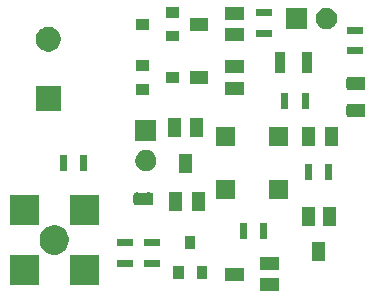
<source format=gbr>
G04 #@! TF.GenerationSoftware,KiCad,Pcbnew,(5.1.4)-1*
G04 #@! TF.CreationDate,2020-06-21T20:29:22+03:00*
G04 #@! TF.ProjectId,naa_g,6e61615f-672e-46b6-9963-61645f706362,rev?*
G04 #@! TF.SameCoordinates,Original*
G04 #@! TF.FileFunction,Soldermask,Top*
G04 #@! TF.FilePolarity,Negative*
%FSLAX46Y46*%
G04 Gerber Fmt 4.6, Leading zero omitted, Abs format (unit mm)*
G04 Created by KiCad (PCBNEW (5.1.4)-1) date 2020-06-21 20:29:22*
%MOMM*%
%LPD*%
G04 APERTURE LIST*
%ADD10C,0.100000*%
G04 APERTURE END LIST*
D10*
G36*
X124750000Y-80000000D02*
G01*
X126250000Y-80000000D01*
X126250000Y-81000000D01*
X124750000Y-81000000D01*
X124750000Y-80000000D01*
G37*
X124750000Y-80000000D02*
X126250000Y-80000000D01*
X126250000Y-81000000D01*
X124750000Y-81000000D01*
X124750000Y-80000000D01*
G36*
X108250000Y-88500000D02*
G01*
X106750000Y-88500000D01*
X106750000Y-87500000D01*
X108250000Y-87500000D01*
X108250000Y-88500000D01*
G37*
X108250000Y-88500000D02*
X106750000Y-88500000D01*
X106750000Y-87500000D01*
X108250000Y-87500000D01*
X108250000Y-88500000D01*
G36*
X124750000Y-77750000D02*
G01*
X126250000Y-77750000D01*
X126250000Y-78750000D01*
X124750000Y-78750000D01*
X124750000Y-77750000D01*
G37*
X124750000Y-77750000D02*
X126250000Y-77750000D01*
X126250000Y-78750000D01*
X124750000Y-78750000D01*
X124750000Y-77750000D01*
G36*
X119051000Y-95851000D02*
G01*
X117449000Y-95851000D01*
X117449000Y-94749000D01*
X119051000Y-94749000D01*
X119051000Y-95851000D01*
X119051000Y-95851000D01*
G37*
G36*
X103791000Y-95291000D02*
G01*
X101289000Y-95291000D01*
X101289000Y-92789000D01*
X103791000Y-92789000D01*
X103791000Y-95291000D01*
X103791000Y-95291000D01*
G37*
G36*
X98711000Y-95291000D02*
G01*
X96209000Y-95291000D01*
X96209000Y-92789000D01*
X98711000Y-92789000D01*
X98711000Y-95291000D01*
X98711000Y-95291000D01*
G37*
G36*
X116051000Y-94951000D02*
G01*
X114449000Y-94951000D01*
X114449000Y-93849000D01*
X116051000Y-93849000D01*
X116051000Y-94951000D01*
X116051000Y-94951000D01*
G37*
G36*
X112951000Y-94801000D02*
G01*
X112049000Y-94801000D01*
X112049000Y-93699000D01*
X112951000Y-93699000D01*
X112951000Y-94801000D01*
X112951000Y-94801000D01*
G37*
G36*
X110951000Y-94801000D02*
G01*
X110049000Y-94801000D01*
X110049000Y-93699000D01*
X110951000Y-93699000D01*
X110951000Y-94801000D01*
X110951000Y-94801000D01*
G37*
G36*
X119051000Y-94051000D02*
G01*
X117449000Y-94051000D01*
X117449000Y-92949000D01*
X119051000Y-92949000D01*
X119051000Y-94051000D01*
X119051000Y-94051000D01*
G37*
G36*
X106676000Y-93801000D02*
G01*
X105324000Y-93801000D01*
X105324000Y-93199000D01*
X106676000Y-93199000D01*
X106676000Y-93801000D01*
X106676000Y-93801000D01*
G37*
G36*
X108926000Y-93801000D02*
G01*
X107574000Y-93801000D01*
X107574000Y-93199000D01*
X108926000Y-93199000D01*
X108926000Y-93801000D01*
X108926000Y-93801000D01*
G37*
G36*
X122951000Y-93301000D02*
G01*
X121849000Y-93301000D01*
X121849000Y-91699000D01*
X122951000Y-91699000D01*
X122951000Y-93301000D01*
X122951000Y-93301000D01*
G37*
G36*
X100364903Y-90297075D02*
G01*
X100592571Y-90391378D01*
X100797466Y-90528285D01*
X100971715Y-90702534D01*
X101108622Y-90907429D01*
X101202925Y-91135097D01*
X101251000Y-91376787D01*
X101251000Y-91623213D01*
X101202925Y-91864903D01*
X101108622Y-92092571D01*
X100971715Y-92297466D01*
X100797466Y-92471715D01*
X100592571Y-92608622D01*
X100592570Y-92608623D01*
X100592569Y-92608623D01*
X100364903Y-92702925D01*
X100123214Y-92751000D01*
X99876786Y-92751000D01*
X99635097Y-92702925D01*
X99407431Y-92608623D01*
X99407430Y-92608623D01*
X99407429Y-92608622D01*
X99202534Y-92471715D01*
X99028285Y-92297466D01*
X98891378Y-92092571D01*
X98797075Y-91864903D01*
X98749000Y-91623213D01*
X98749000Y-91376787D01*
X98797075Y-91135097D01*
X98891378Y-90907429D01*
X99028285Y-90702534D01*
X99202534Y-90528285D01*
X99407429Y-90391378D01*
X99635097Y-90297075D01*
X99876786Y-90249000D01*
X100123214Y-90249000D01*
X100364903Y-90297075D01*
X100364903Y-90297075D01*
G37*
G36*
X111951000Y-92301000D02*
G01*
X111049000Y-92301000D01*
X111049000Y-91199000D01*
X111951000Y-91199000D01*
X111951000Y-92301000D01*
X111951000Y-92301000D01*
G37*
G36*
X108926000Y-92051000D02*
G01*
X107574000Y-92051000D01*
X107574000Y-91449000D01*
X108926000Y-91449000D01*
X108926000Y-92051000D01*
X108926000Y-92051000D01*
G37*
G36*
X106676000Y-92051000D02*
G01*
X105324000Y-92051000D01*
X105324000Y-91449000D01*
X106676000Y-91449000D01*
X106676000Y-92051000D01*
X106676000Y-92051000D01*
G37*
G36*
X118051000Y-91426000D02*
G01*
X117449000Y-91426000D01*
X117449000Y-90074000D01*
X118051000Y-90074000D01*
X118051000Y-91426000D01*
X118051000Y-91426000D01*
G37*
G36*
X116301000Y-91426000D02*
G01*
X115699000Y-91426000D01*
X115699000Y-90074000D01*
X116301000Y-90074000D01*
X116301000Y-91426000D01*
X116301000Y-91426000D01*
G37*
G36*
X122051000Y-90301000D02*
G01*
X120949000Y-90301000D01*
X120949000Y-88699000D01*
X122051000Y-88699000D01*
X122051000Y-90301000D01*
X122051000Y-90301000D01*
G37*
G36*
X123851000Y-90301000D02*
G01*
X122749000Y-90301000D01*
X122749000Y-88699000D01*
X123851000Y-88699000D01*
X123851000Y-90301000D01*
X123851000Y-90301000D01*
G37*
G36*
X103791000Y-90211000D02*
G01*
X101289000Y-90211000D01*
X101289000Y-87709000D01*
X103791000Y-87709000D01*
X103791000Y-90211000D01*
X103791000Y-90211000D01*
G37*
G36*
X98711000Y-90211000D02*
G01*
X96209000Y-90211000D01*
X96209000Y-87709000D01*
X98711000Y-87709000D01*
X98711000Y-90211000D01*
X98711000Y-90211000D01*
G37*
G36*
X110801000Y-89051000D02*
G01*
X109699000Y-89051000D01*
X109699000Y-87449000D01*
X110801000Y-87449000D01*
X110801000Y-89051000D01*
X110801000Y-89051000D01*
G37*
G36*
X112801000Y-89051000D02*
G01*
X111699000Y-89051000D01*
X111699000Y-87449000D01*
X112801000Y-87449000D01*
X112801000Y-89051000D01*
X112801000Y-89051000D01*
G37*
G36*
X108059004Y-87453355D02*
G01*
X108087376Y-87461962D01*
X108115745Y-87470567D01*
X108115747Y-87470568D01*
X108168031Y-87498514D01*
X108168032Y-87498515D01*
X108168036Y-87498517D01*
X108213869Y-87536131D01*
X108251483Y-87581964D01*
X108251485Y-87581968D01*
X108251486Y-87581969D01*
X108279432Y-87634253D01*
X108296645Y-87690996D01*
X108301000Y-87735214D01*
X108301000Y-88264786D01*
X108296645Y-88309004D01*
X108296644Y-88309006D01*
X108279433Y-88365745D01*
X108251483Y-88418036D01*
X108213869Y-88463869D01*
X108168035Y-88501483D01*
X108115744Y-88529433D01*
X108087375Y-88538038D01*
X108059003Y-88546645D01*
X108000000Y-88552456D01*
X107940996Y-88546645D01*
X107912624Y-88538038D01*
X107884255Y-88529433D01*
X107884253Y-88529432D01*
X107831969Y-88501486D01*
X107831968Y-88501485D01*
X107831964Y-88501483D01*
X107786131Y-88463869D01*
X107748517Y-88418035D01*
X107720567Y-88365744D01*
X107703356Y-88309005D01*
X107703355Y-88309003D01*
X107699000Y-88264785D01*
X107699001Y-87735214D01*
X107703356Y-87690996D01*
X107720569Y-87634253D01*
X107748515Y-87581969D01*
X107748516Y-87581968D01*
X107748518Y-87581964D01*
X107786132Y-87536131D01*
X107831965Y-87498517D01*
X107831969Y-87498515D01*
X107831970Y-87498514D01*
X107884254Y-87470568D01*
X107884256Y-87470567D01*
X107912625Y-87461962D01*
X107940997Y-87453355D01*
X108000000Y-87447544D01*
X108059004Y-87453355D01*
X108059004Y-87453355D01*
G37*
G36*
X107059004Y-87453355D02*
G01*
X107087376Y-87461962D01*
X107115745Y-87470567D01*
X107115747Y-87470568D01*
X107168031Y-87498514D01*
X107168032Y-87498515D01*
X107168036Y-87498517D01*
X107213869Y-87536131D01*
X107251483Y-87581964D01*
X107251485Y-87581968D01*
X107251486Y-87581969D01*
X107279432Y-87634253D01*
X107296645Y-87690996D01*
X107301000Y-87735214D01*
X107301000Y-88264786D01*
X107296645Y-88309004D01*
X107296644Y-88309006D01*
X107279433Y-88365745D01*
X107251483Y-88418036D01*
X107213869Y-88463869D01*
X107168035Y-88501483D01*
X107115744Y-88529433D01*
X107087375Y-88538038D01*
X107059003Y-88546645D01*
X107000000Y-88552456D01*
X106940996Y-88546645D01*
X106912624Y-88538038D01*
X106884255Y-88529433D01*
X106884253Y-88529432D01*
X106831969Y-88501486D01*
X106831968Y-88501485D01*
X106831964Y-88501483D01*
X106786131Y-88463869D01*
X106748517Y-88418035D01*
X106720567Y-88365744D01*
X106703356Y-88309005D01*
X106703355Y-88309003D01*
X106699000Y-88264785D01*
X106699001Y-87735214D01*
X106703356Y-87690996D01*
X106720569Y-87634253D01*
X106748515Y-87581969D01*
X106748516Y-87581968D01*
X106748518Y-87581964D01*
X106786132Y-87536131D01*
X106831965Y-87498517D01*
X106831969Y-87498515D01*
X106831970Y-87498514D01*
X106884254Y-87470568D01*
X106884256Y-87470567D01*
X106912625Y-87461962D01*
X106940997Y-87453355D01*
X107000000Y-87447544D01*
X107059004Y-87453355D01*
X107059004Y-87453355D01*
G37*
G36*
X119801000Y-88051000D02*
G01*
X118199000Y-88051000D01*
X118199000Y-86449000D01*
X119801000Y-86449000D01*
X119801000Y-88051000D01*
X119801000Y-88051000D01*
G37*
G36*
X115301000Y-88051000D02*
G01*
X113699000Y-88051000D01*
X113699000Y-86449000D01*
X115301000Y-86449000D01*
X115301000Y-88051000D01*
X115301000Y-88051000D01*
G37*
G36*
X123551000Y-86426000D02*
G01*
X122949000Y-86426000D01*
X122949000Y-85074000D01*
X123551000Y-85074000D01*
X123551000Y-86426000D01*
X123551000Y-86426000D01*
G37*
G36*
X121801000Y-86426000D02*
G01*
X121199000Y-86426000D01*
X121199000Y-85074000D01*
X121801000Y-85074000D01*
X121801000Y-86426000D01*
X121801000Y-86426000D01*
G37*
G36*
X111651000Y-85801000D02*
G01*
X110549000Y-85801000D01*
X110549000Y-84199000D01*
X111651000Y-84199000D01*
X111651000Y-85801000D01*
X111651000Y-85801000D01*
G37*
G36*
X107863512Y-83893927D02*
G01*
X108012812Y-83923624D01*
X108176784Y-83991544D01*
X108324354Y-84090147D01*
X108449853Y-84215646D01*
X108548456Y-84363216D01*
X108616376Y-84527188D01*
X108651000Y-84701259D01*
X108651000Y-84878741D01*
X108616376Y-85052812D01*
X108548456Y-85216784D01*
X108449853Y-85364354D01*
X108324354Y-85489853D01*
X108176784Y-85588456D01*
X108012812Y-85656376D01*
X107863512Y-85686073D01*
X107838742Y-85691000D01*
X107661258Y-85691000D01*
X107636488Y-85686073D01*
X107487188Y-85656376D01*
X107323216Y-85588456D01*
X107175646Y-85489853D01*
X107050147Y-85364354D01*
X106951544Y-85216784D01*
X106883624Y-85052812D01*
X106849000Y-84878741D01*
X106849000Y-84701259D01*
X106883624Y-84527188D01*
X106951544Y-84363216D01*
X107050147Y-84215646D01*
X107175646Y-84090147D01*
X107323216Y-83991544D01*
X107487188Y-83923624D01*
X107636488Y-83893927D01*
X107661258Y-83889000D01*
X107838742Y-83889000D01*
X107863512Y-83893927D01*
X107863512Y-83893927D01*
G37*
G36*
X101051000Y-85676000D02*
G01*
X100449000Y-85676000D01*
X100449000Y-84324000D01*
X101051000Y-84324000D01*
X101051000Y-85676000D01*
X101051000Y-85676000D01*
G37*
G36*
X102801000Y-85676000D02*
G01*
X102199000Y-85676000D01*
X102199000Y-84324000D01*
X102801000Y-84324000D01*
X102801000Y-85676000D01*
X102801000Y-85676000D01*
G37*
G36*
X124051000Y-83551000D02*
G01*
X122949000Y-83551000D01*
X122949000Y-81949000D01*
X124051000Y-81949000D01*
X124051000Y-83551000D01*
X124051000Y-83551000D01*
G37*
G36*
X115301000Y-83551000D02*
G01*
X113699000Y-83551000D01*
X113699000Y-81949000D01*
X115301000Y-81949000D01*
X115301000Y-83551000D01*
X115301000Y-83551000D01*
G37*
G36*
X119801000Y-83551000D02*
G01*
X118199000Y-83551000D01*
X118199000Y-81949000D01*
X119801000Y-81949000D01*
X119801000Y-83551000D01*
X119801000Y-83551000D01*
G37*
G36*
X122051000Y-83551000D02*
G01*
X120949000Y-83551000D01*
X120949000Y-81949000D01*
X122051000Y-81949000D01*
X122051000Y-83551000D01*
X122051000Y-83551000D01*
G37*
G36*
X108651000Y-83151000D02*
G01*
X106849000Y-83151000D01*
X106849000Y-81349000D01*
X108651000Y-81349000D01*
X108651000Y-83151000D01*
X108651000Y-83151000D01*
G37*
G36*
X112551000Y-82801000D02*
G01*
X111449000Y-82801000D01*
X111449000Y-81199000D01*
X112551000Y-81199000D01*
X112551000Y-82801000D01*
X112551000Y-82801000D01*
G37*
G36*
X110751000Y-82801000D02*
G01*
X109649000Y-82801000D01*
X109649000Y-81199000D01*
X110751000Y-81199000D01*
X110751000Y-82801000D01*
X110751000Y-82801000D01*
G37*
G36*
X125059003Y-79953355D02*
G01*
X125087374Y-79961961D01*
X125115744Y-79970567D01*
X125168035Y-79998517D01*
X125213869Y-80036131D01*
X125251483Y-80081964D01*
X125251485Y-80081968D01*
X125251486Y-80081969D01*
X125279432Y-80134253D01*
X125296645Y-80190996D01*
X125301000Y-80235214D01*
X125301000Y-80764786D01*
X125296645Y-80809004D01*
X125296644Y-80809006D01*
X125279433Y-80865745D01*
X125251483Y-80918036D01*
X125213869Y-80963869D01*
X125168036Y-81001483D01*
X125168032Y-81001485D01*
X125168031Y-81001486D01*
X125115747Y-81029432D01*
X125115745Y-81029433D01*
X125087376Y-81038038D01*
X125059004Y-81046645D01*
X125000000Y-81052456D01*
X124940997Y-81046645D01*
X124912625Y-81038038D01*
X124884256Y-81029433D01*
X124884254Y-81029432D01*
X124831970Y-81001486D01*
X124831969Y-81001485D01*
X124831965Y-81001483D01*
X124786132Y-80963869D01*
X124748518Y-80918036D01*
X124720568Y-80865745D01*
X124703357Y-80809006D01*
X124703356Y-80809004D01*
X124699001Y-80764786D01*
X124699000Y-80235215D01*
X124703355Y-80190997D01*
X124720568Y-80134254D01*
X124748516Y-80081967D01*
X124748517Y-80081965D01*
X124786131Y-80036131D01*
X124831964Y-79998517D01*
X124831968Y-79998515D01*
X124831969Y-79998514D01*
X124884253Y-79970568D01*
X124884255Y-79970567D01*
X124912624Y-79961962D01*
X124940996Y-79953355D01*
X125000000Y-79947544D01*
X125059003Y-79953355D01*
X125059003Y-79953355D01*
G37*
G36*
X126059003Y-79953355D02*
G01*
X126087374Y-79961961D01*
X126115744Y-79970567D01*
X126168035Y-79998517D01*
X126213869Y-80036131D01*
X126251483Y-80081964D01*
X126251485Y-80081968D01*
X126251486Y-80081969D01*
X126279432Y-80134253D01*
X126296645Y-80190996D01*
X126301000Y-80235214D01*
X126301000Y-80764786D01*
X126296645Y-80809004D01*
X126296644Y-80809006D01*
X126279433Y-80865745D01*
X126251483Y-80918036D01*
X126213869Y-80963869D01*
X126168036Y-81001483D01*
X126168032Y-81001485D01*
X126168031Y-81001486D01*
X126115747Y-81029432D01*
X126115745Y-81029433D01*
X126087376Y-81038038D01*
X126059004Y-81046645D01*
X126000000Y-81052456D01*
X125940997Y-81046645D01*
X125912625Y-81038038D01*
X125884256Y-81029433D01*
X125884254Y-81029432D01*
X125831970Y-81001486D01*
X125831969Y-81001485D01*
X125831965Y-81001483D01*
X125786132Y-80963869D01*
X125748518Y-80918036D01*
X125720568Y-80865745D01*
X125703357Y-80809006D01*
X125703356Y-80809004D01*
X125699001Y-80764786D01*
X125699000Y-80235215D01*
X125703355Y-80190997D01*
X125720568Y-80134254D01*
X125748516Y-80081967D01*
X125748517Y-80081965D01*
X125786131Y-80036131D01*
X125831964Y-79998517D01*
X125831968Y-79998515D01*
X125831969Y-79998514D01*
X125884253Y-79970568D01*
X125884255Y-79970567D01*
X125912624Y-79961962D01*
X125940996Y-79953355D01*
X126000000Y-79947544D01*
X126059003Y-79953355D01*
X126059003Y-79953355D01*
G37*
G36*
X100551000Y-80551000D02*
G01*
X98449000Y-80551000D01*
X98449000Y-78449000D01*
X100551000Y-78449000D01*
X100551000Y-80551000D01*
X100551000Y-80551000D01*
G37*
G36*
X119801000Y-80426000D02*
G01*
X119199000Y-80426000D01*
X119199000Y-79074000D01*
X119801000Y-79074000D01*
X119801000Y-80426000D01*
X119801000Y-80426000D01*
G37*
G36*
X121551000Y-80426000D02*
G01*
X120949000Y-80426000D01*
X120949000Y-79074000D01*
X121551000Y-79074000D01*
X121551000Y-80426000D01*
X121551000Y-80426000D01*
G37*
G36*
X108051000Y-79201000D02*
G01*
X106949000Y-79201000D01*
X106949000Y-78299000D01*
X108051000Y-78299000D01*
X108051000Y-79201000D01*
X108051000Y-79201000D01*
G37*
G36*
X116051000Y-79201000D02*
G01*
X114449000Y-79201000D01*
X114449000Y-78099000D01*
X116051000Y-78099000D01*
X116051000Y-79201000D01*
X116051000Y-79201000D01*
G37*
G36*
X126059003Y-77703355D02*
G01*
X126087374Y-77711961D01*
X126115744Y-77720567D01*
X126168035Y-77748517D01*
X126213869Y-77786131D01*
X126251483Y-77831964D01*
X126251485Y-77831968D01*
X126251486Y-77831969D01*
X126279432Y-77884253D01*
X126296645Y-77940996D01*
X126301000Y-77985214D01*
X126301000Y-78514786D01*
X126296645Y-78559004D01*
X126296644Y-78559006D01*
X126279433Y-78615745D01*
X126251483Y-78668036D01*
X126213869Y-78713869D01*
X126168036Y-78751483D01*
X126168032Y-78751485D01*
X126168031Y-78751486D01*
X126115747Y-78779432D01*
X126115745Y-78779433D01*
X126087375Y-78788039D01*
X126059004Y-78796645D01*
X126000000Y-78802456D01*
X125940997Y-78796645D01*
X125912625Y-78788038D01*
X125884256Y-78779433D01*
X125884254Y-78779432D01*
X125831970Y-78751486D01*
X125831969Y-78751485D01*
X125831965Y-78751483D01*
X125786132Y-78713869D01*
X125748518Y-78668036D01*
X125720568Y-78615745D01*
X125703357Y-78559006D01*
X125703356Y-78559004D01*
X125699001Y-78514786D01*
X125699000Y-77985215D01*
X125703355Y-77940997D01*
X125720568Y-77884254D01*
X125748516Y-77831967D01*
X125748517Y-77831965D01*
X125786131Y-77786131D01*
X125831964Y-77748517D01*
X125831968Y-77748515D01*
X125831969Y-77748514D01*
X125884253Y-77720568D01*
X125884255Y-77720567D01*
X125912625Y-77711961D01*
X125940996Y-77703355D01*
X126000000Y-77697544D01*
X126059003Y-77703355D01*
X126059003Y-77703355D01*
G37*
G36*
X125059003Y-77703355D02*
G01*
X125087374Y-77711961D01*
X125115744Y-77720567D01*
X125168035Y-77748517D01*
X125213869Y-77786131D01*
X125251483Y-77831964D01*
X125251485Y-77831968D01*
X125251486Y-77831969D01*
X125279432Y-77884253D01*
X125296645Y-77940996D01*
X125301000Y-77985214D01*
X125301000Y-78514786D01*
X125296645Y-78559004D01*
X125296644Y-78559006D01*
X125279433Y-78615745D01*
X125251483Y-78668036D01*
X125213869Y-78713869D01*
X125168036Y-78751483D01*
X125168032Y-78751485D01*
X125168031Y-78751486D01*
X125115747Y-78779432D01*
X125115745Y-78779433D01*
X125087375Y-78788039D01*
X125059004Y-78796645D01*
X125000000Y-78802456D01*
X124940997Y-78796645D01*
X124912625Y-78788038D01*
X124884256Y-78779433D01*
X124884254Y-78779432D01*
X124831970Y-78751486D01*
X124831969Y-78751485D01*
X124831965Y-78751483D01*
X124786132Y-78713869D01*
X124748518Y-78668036D01*
X124720568Y-78615745D01*
X124703357Y-78559006D01*
X124703356Y-78559004D01*
X124699001Y-78514786D01*
X124699000Y-77985215D01*
X124703355Y-77940997D01*
X124720568Y-77884254D01*
X124748516Y-77831967D01*
X124748517Y-77831965D01*
X124786131Y-77786131D01*
X124831964Y-77748517D01*
X124831968Y-77748515D01*
X124831969Y-77748514D01*
X124884253Y-77720568D01*
X124884255Y-77720567D01*
X124912625Y-77711961D01*
X124940996Y-77703355D01*
X125000000Y-77697544D01*
X125059003Y-77703355D01*
X125059003Y-77703355D01*
G37*
G36*
X113051000Y-78301000D02*
G01*
X111449000Y-78301000D01*
X111449000Y-77199000D01*
X113051000Y-77199000D01*
X113051000Y-78301000D01*
X113051000Y-78301000D01*
G37*
G36*
X110551000Y-78201000D02*
G01*
X109449000Y-78201000D01*
X109449000Y-77299000D01*
X110551000Y-77299000D01*
X110551000Y-78201000D01*
X110551000Y-78201000D01*
G37*
G36*
X121851000Y-77401000D02*
G01*
X120949000Y-77401000D01*
X120949000Y-75599000D01*
X121851000Y-75599000D01*
X121851000Y-77401000D01*
X121851000Y-77401000D01*
G37*
G36*
X119551000Y-77401000D02*
G01*
X118649000Y-77401000D01*
X118649000Y-75599000D01*
X119551000Y-75599000D01*
X119551000Y-77401000D01*
X119551000Y-77401000D01*
G37*
G36*
X116051000Y-77401000D02*
G01*
X114449000Y-77401000D01*
X114449000Y-76299000D01*
X116051000Y-76299000D01*
X116051000Y-77401000D01*
X116051000Y-77401000D01*
G37*
G36*
X108051000Y-77201000D02*
G01*
X106949000Y-77201000D01*
X106949000Y-76299000D01*
X108051000Y-76299000D01*
X108051000Y-77201000D01*
X108051000Y-77201000D01*
G37*
G36*
X126176000Y-75801000D02*
G01*
X124824000Y-75801000D01*
X124824000Y-75199000D01*
X126176000Y-75199000D01*
X126176000Y-75801000D01*
X126176000Y-75801000D01*
G37*
G36*
X99806564Y-73489389D02*
G01*
X99997833Y-73568615D01*
X99997835Y-73568616D01*
X100069311Y-73616375D01*
X100169973Y-73683635D01*
X100316365Y-73830027D01*
X100431385Y-74002167D01*
X100510611Y-74193436D01*
X100551000Y-74396484D01*
X100551000Y-74603516D01*
X100510611Y-74806564D01*
X100431385Y-74997833D01*
X100431384Y-74997835D01*
X100316365Y-75169973D01*
X100169973Y-75316365D01*
X99997835Y-75431384D01*
X99997834Y-75431385D01*
X99997833Y-75431385D01*
X99806564Y-75510611D01*
X99603516Y-75551000D01*
X99396484Y-75551000D01*
X99193436Y-75510611D01*
X99002167Y-75431385D01*
X99002166Y-75431385D01*
X99002165Y-75431384D01*
X98830027Y-75316365D01*
X98683635Y-75169973D01*
X98568616Y-74997835D01*
X98568615Y-74997833D01*
X98489389Y-74806564D01*
X98449000Y-74603516D01*
X98449000Y-74396484D01*
X98489389Y-74193436D01*
X98568615Y-74002167D01*
X98683635Y-73830027D01*
X98830027Y-73683635D01*
X98930689Y-73616375D01*
X99002165Y-73568616D01*
X99002167Y-73568615D01*
X99193436Y-73489389D01*
X99396484Y-73449000D01*
X99603516Y-73449000D01*
X99806564Y-73489389D01*
X99806564Y-73489389D01*
G37*
G36*
X110551000Y-74701000D02*
G01*
X109449000Y-74701000D01*
X109449000Y-73799000D01*
X110551000Y-73799000D01*
X110551000Y-74701000D01*
X110551000Y-74701000D01*
G37*
G36*
X116051000Y-74701000D02*
G01*
X114449000Y-74701000D01*
X114449000Y-73599000D01*
X116051000Y-73599000D01*
X116051000Y-74701000D01*
X116051000Y-74701000D01*
G37*
G36*
X118426000Y-74301000D02*
G01*
X117074000Y-74301000D01*
X117074000Y-73699000D01*
X118426000Y-73699000D01*
X118426000Y-74301000D01*
X118426000Y-74301000D01*
G37*
G36*
X126176000Y-74051000D02*
G01*
X124824000Y-74051000D01*
X124824000Y-73449000D01*
X126176000Y-73449000D01*
X126176000Y-74051000D01*
X126176000Y-74051000D01*
G37*
G36*
X113051000Y-73801000D02*
G01*
X111449000Y-73801000D01*
X111449000Y-72699000D01*
X113051000Y-72699000D01*
X113051000Y-73801000D01*
X113051000Y-73801000D01*
G37*
G36*
X108051000Y-73701000D02*
G01*
X106949000Y-73701000D01*
X106949000Y-72799000D01*
X108051000Y-72799000D01*
X108051000Y-73701000D01*
X108051000Y-73701000D01*
G37*
G36*
X121401000Y-73651000D02*
G01*
X119599000Y-73651000D01*
X119599000Y-71849000D01*
X121401000Y-71849000D01*
X121401000Y-73651000D01*
X121401000Y-73651000D01*
G37*
G36*
X123153512Y-71853927D02*
G01*
X123302812Y-71883624D01*
X123466784Y-71951544D01*
X123614354Y-72050147D01*
X123739853Y-72175646D01*
X123838456Y-72323216D01*
X123906376Y-72487188D01*
X123941000Y-72661259D01*
X123941000Y-72838741D01*
X123906376Y-73012812D01*
X123838456Y-73176784D01*
X123739853Y-73324354D01*
X123614354Y-73449853D01*
X123466784Y-73548456D01*
X123302812Y-73616376D01*
X123153512Y-73646073D01*
X123128742Y-73651000D01*
X122951258Y-73651000D01*
X122926488Y-73646073D01*
X122777188Y-73616376D01*
X122613216Y-73548456D01*
X122465646Y-73449853D01*
X122340147Y-73324354D01*
X122241544Y-73176784D01*
X122173624Y-73012812D01*
X122139000Y-72838741D01*
X122139000Y-72661259D01*
X122173624Y-72487188D01*
X122241544Y-72323216D01*
X122340147Y-72175646D01*
X122465646Y-72050147D01*
X122613216Y-71951544D01*
X122777188Y-71883624D01*
X122926488Y-71853927D01*
X122951258Y-71849000D01*
X123128742Y-71849000D01*
X123153512Y-71853927D01*
X123153512Y-71853927D01*
G37*
G36*
X116051000Y-72901000D02*
G01*
X114449000Y-72901000D01*
X114449000Y-71799000D01*
X116051000Y-71799000D01*
X116051000Y-72901000D01*
X116051000Y-72901000D01*
G37*
G36*
X110551000Y-72701000D02*
G01*
X109449000Y-72701000D01*
X109449000Y-71799000D01*
X110551000Y-71799000D01*
X110551000Y-72701000D01*
X110551000Y-72701000D01*
G37*
G36*
X118426000Y-72551000D02*
G01*
X117074000Y-72551000D01*
X117074000Y-71949000D01*
X118426000Y-71949000D01*
X118426000Y-72551000D01*
X118426000Y-72551000D01*
G37*
M02*

</source>
